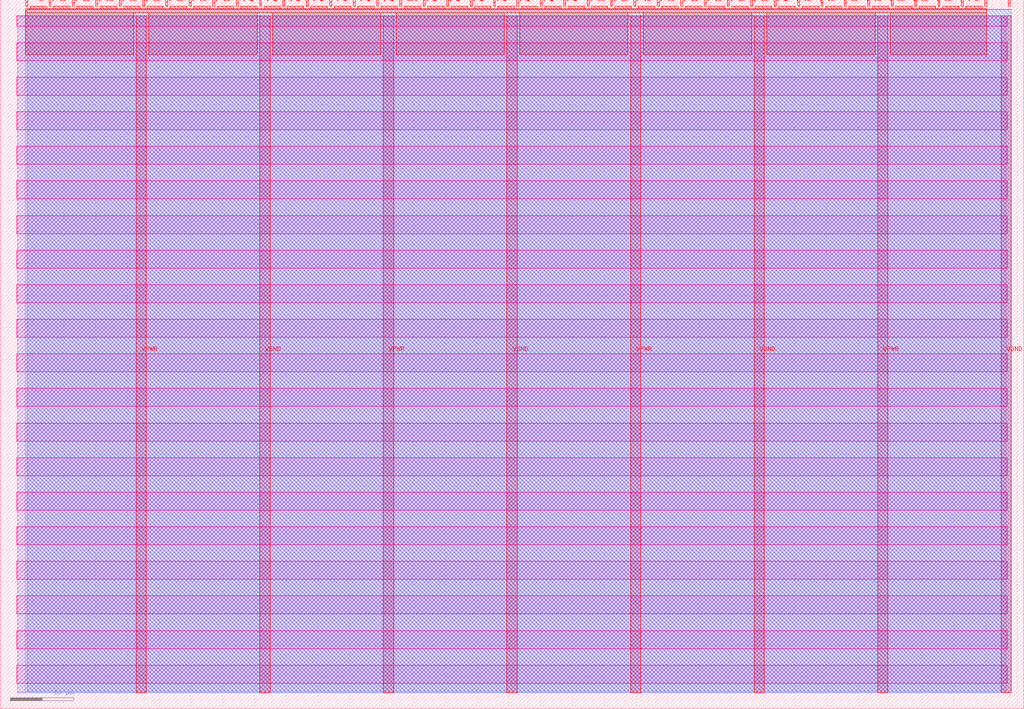
<source format=lef>
VERSION 5.7 ;
  NOWIREEXTENSIONATPIN ON ;
  DIVIDERCHAR "/" ;
  BUSBITCHARS "[]" ;
MACRO tt_um_wokwi_397268065185737729
  CLASS BLOCK ;
  FOREIGN tt_um_wokwi_397268065185737729 ;
  ORIGIN 0.000 0.000 ;
  SIZE 161.000 BY 111.520 ;
  PIN VGND
    DIRECTION INOUT ;
    USE GROUND ;
    PORT
      LAYER met4 ;
        RECT 40.830 2.480 42.430 109.040 ;
    END
    PORT
      LAYER met4 ;
        RECT 79.700 2.480 81.300 109.040 ;
    END
    PORT
      LAYER met4 ;
        RECT 118.570 2.480 120.170 109.040 ;
    END
    PORT
      LAYER met4 ;
        RECT 157.440 2.480 159.040 109.040 ;
    END
  END VGND
  PIN VPWR
    DIRECTION INOUT ;
    USE POWER ;
    PORT
      LAYER met4 ;
        RECT 21.395 2.480 22.995 109.040 ;
    END
    PORT
      LAYER met4 ;
        RECT 60.265 2.480 61.865 109.040 ;
    END
    PORT
      LAYER met4 ;
        RECT 99.135 2.480 100.735 109.040 ;
    END
    PORT
      LAYER met4 ;
        RECT 138.005 2.480 139.605 109.040 ;
    END
  END VPWR
  PIN clk
    DIRECTION INPUT ;
    USE SIGNAL ;
    ANTENNAGATEAREA 0.852000 ;
    PORT
      LAYER met4 ;
        RECT 154.870 110.520 155.170 111.520 ;
    END
  END clk
  PIN ena
    DIRECTION INPUT ;
    USE SIGNAL ;
    PORT
      LAYER met4 ;
        RECT 158.550 110.520 158.850 111.520 ;
    END
  END ena
  PIN rst_n
    DIRECTION INPUT ;
    USE SIGNAL ;
    ANTENNAGATEAREA 0.196500 ;
    PORT
      LAYER met4 ;
        RECT 151.190 110.520 151.490 111.520 ;
    END
  END rst_n
  PIN ui_in[0]
    DIRECTION INPUT ;
    USE SIGNAL ;
    ANTENNAGATEAREA 0.196500 ;
    PORT
      LAYER met4 ;
        RECT 147.510 110.520 147.810 111.520 ;
    END
  END ui_in[0]
  PIN ui_in[1]
    DIRECTION INPUT ;
    USE SIGNAL ;
    PORT
      LAYER met4 ;
        RECT 143.830 110.520 144.130 111.520 ;
    END
  END ui_in[1]
  PIN ui_in[2]
    DIRECTION INPUT ;
    USE SIGNAL ;
    PORT
      LAYER met4 ;
        RECT 140.150 110.520 140.450 111.520 ;
    END
  END ui_in[2]
  PIN ui_in[3]
    DIRECTION INPUT ;
    USE SIGNAL ;
    PORT
      LAYER met4 ;
        RECT 136.470 110.520 136.770 111.520 ;
    END
  END ui_in[3]
  PIN ui_in[4]
    DIRECTION INPUT ;
    USE SIGNAL ;
    PORT
      LAYER met4 ;
        RECT 132.790 110.520 133.090 111.520 ;
    END
  END ui_in[4]
  PIN ui_in[5]
    DIRECTION INPUT ;
    USE SIGNAL ;
    PORT
      LAYER met4 ;
        RECT 129.110 110.520 129.410 111.520 ;
    END
  END ui_in[5]
  PIN ui_in[6]
    DIRECTION INPUT ;
    USE SIGNAL ;
    PORT
      LAYER met4 ;
        RECT 125.430 110.520 125.730 111.520 ;
    END
  END ui_in[6]
  PIN ui_in[7]
    DIRECTION INPUT ;
    USE SIGNAL ;
    PORT
      LAYER met4 ;
        RECT 121.750 110.520 122.050 111.520 ;
    END
  END ui_in[7]
  PIN uio_in[0]
    DIRECTION INPUT ;
    USE SIGNAL ;
    PORT
      LAYER met4 ;
        RECT 118.070 110.520 118.370 111.520 ;
    END
  END uio_in[0]
  PIN uio_in[1]
    DIRECTION INPUT ;
    USE SIGNAL ;
    PORT
      LAYER met4 ;
        RECT 114.390 110.520 114.690 111.520 ;
    END
  END uio_in[1]
  PIN uio_in[2]
    DIRECTION INPUT ;
    USE SIGNAL ;
    PORT
      LAYER met4 ;
        RECT 110.710 110.520 111.010 111.520 ;
    END
  END uio_in[2]
  PIN uio_in[3]
    DIRECTION INPUT ;
    USE SIGNAL ;
    PORT
      LAYER met4 ;
        RECT 107.030 110.520 107.330 111.520 ;
    END
  END uio_in[3]
  PIN uio_in[4]
    DIRECTION INPUT ;
    USE SIGNAL ;
    PORT
      LAYER met4 ;
        RECT 103.350 110.520 103.650 111.520 ;
    END
  END uio_in[4]
  PIN uio_in[5]
    DIRECTION INPUT ;
    USE SIGNAL ;
    PORT
      LAYER met4 ;
        RECT 99.670 110.520 99.970 111.520 ;
    END
  END uio_in[5]
  PIN uio_in[6]
    DIRECTION INPUT ;
    USE SIGNAL ;
    PORT
      LAYER met4 ;
        RECT 95.990 110.520 96.290 111.520 ;
    END
  END uio_in[6]
  PIN uio_in[7]
    DIRECTION INPUT ;
    USE SIGNAL ;
    PORT
      LAYER met4 ;
        RECT 92.310 110.520 92.610 111.520 ;
    END
  END uio_in[7]
  PIN uio_oe[0]
    DIRECTION OUTPUT TRISTATE ;
    USE SIGNAL ;
    PORT
      LAYER met4 ;
        RECT 29.750 110.520 30.050 111.520 ;
    END
  END uio_oe[0]
  PIN uio_oe[1]
    DIRECTION OUTPUT TRISTATE ;
    USE SIGNAL ;
    PORT
      LAYER met4 ;
        RECT 26.070 110.520 26.370 111.520 ;
    END
  END uio_oe[1]
  PIN uio_oe[2]
    DIRECTION OUTPUT TRISTATE ;
    USE SIGNAL ;
    PORT
      LAYER met4 ;
        RECT 22.390 110.520 22.690 111.520 ;
    END
  END uio_oe[2]
  PIN uio_oe[3]
    DIRECTION OUTPUT TRISTATE ;
    USE SIGNAL ;
    PORT
      LAYER met4 ;
        RECT 18.710 110.520 19.010 111.520 ;
    END
  END uio_oe[3]
  PIN uio_oe[4]
    DIRECTION OUTPUT TRISTATE ;
    USE SIGNAL ;
    PORT
      LAYER met4 ;
        RECT 15.030 110.520 15.330 111.520 ;
    END
  END uio_oe[4]
  PIN uio_oe[5]
    DIRECTION OUTPUT TRISTATE ;
    USE SIGNAL ;
    PORT
      LAYER met4 ;
        RECT 11.350 110.520 11.650 111.520 ;
    END
  END uio_oe[5]
  PIN uio_oe[6]
    DIRECTION OUTPUT TRISTATE ;
    USE SIGNAL ;
    PORT
      LAYER met4 ;
        RECT 7.670 110.520 7.970 111.520 ;
    END
  END uio_oe[6]
  PIN uio_oe[7]
    DIRECTION OUTPUT TRISTATE ;
    USE SIGNAL ;
    PORT
      LAYER met4 ;
        RECT 3.990 110.520 4.290 111.520 ;
    END
  END uio_oe[7]
  PIN uio_out[0]
    DIRECTION OUTPUT TRISTATE ;
    USE SIGNAL ;
    PORT
      LAYER met4 ;
        RECT 59.190 110.520 59.490 111.520 ;
    END
  END uio_out[0]
  PIN uio_out[1]
    DIRECTION OUTPUT TRISTATE ;
    USE SIGNAL ;
    PORT
      LAYER met4 ;
        RECT 55.510 110.520 55.810 111.520 ;
    END
  END uio_out[1]
  PIN uio_out[2]
    DIRECTION OUTPUT TRISTATE ;
    USE SIGNAL ;
    PORT
      LAYER met4 ;
        RECT 51.830 110.520 52.130 111.520 ;
    END
  END uio_out[2]
  PIN uio_out[3]
    DIRECTION OUTPUT TRISTATE ;
    USE SIGNAL ;
    PORT
      LAYER met4 ;
        RECT 48.150 110.520 48.450 111.520 ;
    END
  END uio_out[3]
  PIN uio_out[4]
    DIRECTION OUTPUT TRISTATE ;
    USE SIGNAL ;
    PORT
      LAYER met4 ;
        RECT 44.470 110.520 44.770 111.520 ;
    END
  END uio_out[4]
  PIN uio_out[5]
    DIRECTION OUTPUT TRISTATE ;
    USE SIGNAL ;
    PORT
      LAYER met4 ;
        RECT 40.790 110.520 41.090 111.520 ;
    END
  END uio_out[5]
  PIN uio_out[6]
    DIRECTION OUTPUT TRISTATE ;
    USE SIGNAL ;
    PORT
      LAYER met4 ;
        RECT 37.110 110.520 37.410 111.520 ;
    END
  END uio_out[6]
  PIN uio_out[7]
    DIRECTION OUTPUT TRISTATE ;
    USE SIGNAL ;
    PORT
      LAYER met4 ;
        RECT 33.430 110.520 33.730 111.520 ;
    END
  END uio_out[7]
  PIN uo_out[0]
    DIRECTION OUTPUT TRISTATE ;
    USE SIGNAL ;
    ANTENNADIFFAREA 0.445500 ;
    PORT
      LAYER met4 ;
        RECT 88.630 110.520 88.930 111.520 ;
    END
  END uo_out[0]
  PIN uo_out[1]
    DIRECTION OUTPUT TRISTATE ;
    USE SIGNAL ;
    ANTENNADIFFAREA 0.445500 ;
    PORT
      LAYER met4 ;
        RECT 84.950 110.520 85.250 111.520 ;
    END
  END uo_out[1]
  PIN uo_out[2]
    DIRECTION OUTPUT TRISTATE ;
    USE SIGNAL ;
    ANTENNADIFFAREA 0.445500 ;
    PORT
      LAYER met4 ;
        RECT 81.270 110.520 81.570 111.520 ;
    END
  END uo_out[2]
  PIN uo_out[3]
    DIRECTION OUTPUT TRISTATE ;
    USE SIGNAL ;
    ANTENNADIFFAREA 0.445500 ;
    PORT
      LAYER met4 ;
        RECT 77.590 110.520 77.890 111.520 ;
    END
  END uo_out[3]
  PIN uo_out[4]
    DIRECTION OUTPUT TRISTATE ;
    USE SIGNAL ;
    ANTENNADIFFAREA 0.795200 ;
    PORT
      LAYER met4 ;
        RECT 73.910 110.520 74.210 111.520 ;
    END
  END uo_out[4]
  PIN uo_out[5]
    DIRECTION OUTPUT TRISTATE ;
    USE SIGNAL ;
    ANTENNADIFFAREA 0.445500 ;
    PORT
      LAYER met4 ;
        RECT 70.230 110.520 70.530 111.520 ;
    END
  END uo_out[5]
  PIN uo_out[6]
    DIRECTION OUTPUT TRISTATE ;
    USE SIGNAL ;
    PORT
      LAYER met4 ;
        RECT 66.550 110.520 66.850 111.520 ;
    END
  END uo_out[6]
  PIN uo_out[7]
    DIRECTION OUTPUT TRISTATE ;
    USE SIGNAL ;
    ANTENNADIFFAREA 0.445500 ;
    PORT
      LAYER met4 ;
        RECT 62.870 110.520 63.170 111.520 ;
    END
  END uo_out[7]
  OBS
      LAYER nwell ;
        RECT 2.570 107.385 158.430 108.990 ;
        RECT 2.570 101.945 158.430 104.775 ;
        RECT 2.570 96.505 158.430 99.335 ;
        RECT 2.570 91.065 158.430 93.895 ;
        RECT 2.570 85.625 158.430 88.455 ;
        RECT 2.570 80.185 158.430 83.015 ;
        RECT 2.570 74.745 158.430 77.575 ;
        RECT 2.570 69.305 158.430 72.135 ;
        RECT 2.570 63.865 158.430 66.695 ;
        RECT 2.570 58.425 158.430 61.255 ;
        RECT 2.570 52.985 158.430 55.815 ;
        RECT 2.570 47.545 158.430 50.375 ;
        RECT 2.570 42.105 158.430 44.935 ;
        RECT 2.570 36.665 158.430 39.495 ;
        RECT 2.570 31.225 158.430 34.055 ;
        RECT 2.570 25.785 158.430 28.615 ;
        RECT 2.570 20.345 158.430 23.175 ;
        RECT 2.570 14.905 158.430 17.735 ;
        RECT 2.570 9.465 158.430 12.295 ;
        RECT 2.570 4.025 158.430 6.855 ;
      LAYER li1 ;
        RECT 2.760 2.635 158.240 108.885 ;
      LAYER met1 ;
        RECT 2.760 2.480 159.040 109.040 ;
      LAYER met2 ;
        RECT 4.230 2.535 159.010 110.005 ;
      LAYER met3 ;
        RECT 3.950 2.555 159.030 109.985 ;
      LAYER met4 ;
        RECT 4.690 110.120 7.270 110.520 ;
        RECT 8.370 110.120 10.950 110.520 ;
        RECT 12.050 110.120 14.630 110.520 ;
        RECT 15.730 110.120 18.310 110.520 ;
        RECT 19.410 110.120 21.990 110.520 ;
        RECT 23.090 110.120 25.670 110.520 ;
        RECT 26.770 110.120 29.350 110.520 ;
        RECT 30.450 110.120 33.030 110.520 ;
        RECT 34.130 110.120 36.710 110.520 ;
        RECT 37.810 110.120 40.390 110.520 ;
        RECT 41.490 110.120 44.070 110.520 ;
        RECT 45.170 110.120 47.750 110.520 ;
        RECT 48.850 110.120 51.430 110.520 ;
        RECT 52.530 110.120 55.110 110.520 ;
        RECT 56.210 110.120 58.790 110.520 ;
        RECT 59.890 110.120 62.470 110.520 ;
        RECT 63.570 110.120 66.150 110.520 ;
        RECT 67.250 110.120 69.830 110.520 ;
        RECT 70.930 110.120 73.510 110.520 ;
        RECT 74.610 110.120 77.190 110.520 ;
        RECT 78.290 110.120 80.870 110.520 ;
        RECT 81.970 110.120 84.550 110.520 ;
        RECT 85.650 110.120 88.230 110.520 ;
        RECT 89.330 110.120 91.910 110.520 ;
        RECT 93.010 110.120 95.590 110.520 ;
        RECT 96.690 110.120 99.270 110.520 ;
        RECT 100.370 110.120 102.950 110.520 ;
        RECT 104.050 110.120 106.630 110.520 ;
        RECT 107.730 110.120 110.310 110.520 ;
        RECT 111.410 110.120 113.990 110.520 ;
        RECT 115.090 110.120 117.670 110.520 ;
        RECT 118.770 110.120 121.350 110.520 ;
        RECT 122.450 110.120 125.030 110.520 ;
        RECT 126.130 110.120 128.710 110.520 ;
        RECT 129.810 110.120 132.390 110.520 ;
        RECT 133.490 110.120 136.070 110.520 ;
        RECT 137.170 110.120 139.750 110.520 ;
        RECT 140.850 110.120 143.430 110.520 ;
        RECT 144.530 110.120 147.110 110.520 ;
        RECT 148.210 110.120 150.790 110.520 ;
        RECT 151.890 110.120 154.470 110.520 ;
        RECT 3.975 109.440 155.185 110.120 ;
        RECT 3.975 102.855 20.995 109.440 ;
        RECT 23.395 102.855 40.430 109.440 ;
        RECT 42.830 102.855 59.865 109.440 ;
        RECT 62.265 102.855 79.300 109.440 ;
        RECT 81.700 102.855 98.735 109.440 ;
        RECT 101.135 102.855 118.170 109.440 ;
        RECT 120.570 102.855 137.605 109.440 ;
        RECT 140.005 102.855 155.185 109.440 ;
  END
END tt_um_wokwi_397268065185737729
END LIBRARY


</source>
